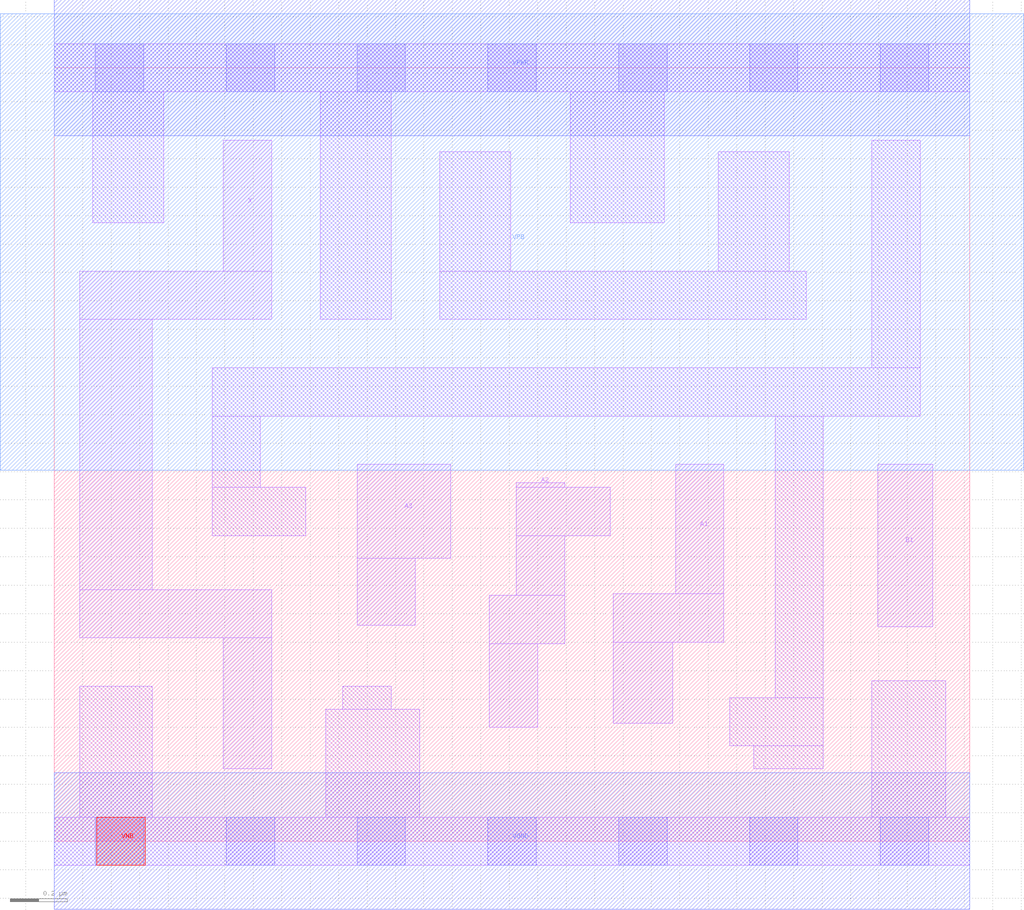
<source format=lef>
# Copyright 2020 The SkyWater PDK Authors
#
# Licensed under the Apache License, Version 2.0 (the "License");
# you may not use this file except in compliance with the License.
# You may obtain a copy of the License at
#
#     https://www.apache.org/licenses/LICENSE-2.0
#
# Unless required by applicable law or agreed to in writing, software
# distributed under the License is distributed on an "AS IS" BASIS,
# WITHOUT WARRANTIES OR CONDITIONS OF ANY KIND, either express or implied.
# See the License for the specific language governing permissions and
# limitations under the License.
#
# SPDX-License-Identifier: Apache-2.0

VERSION 5.7 ;
  NOWIREEXTENSIONATPIN ON ;
  DIVIDERCHAR "/" ;
  BUSBITCHARS "[]" ;
MACRO sky130_fd_sc_hd__a31o_2
  CLASS CORE ;
  FOREIGN sky130_fd_sc_hd__a31o_2 ;
  ORIGIN  0.000000  0.000000 ;
  SIZE  3.220000 BY  2.720000 ;
  SYMMETRY X Y R90 ;
  SITE unithd ;
  PIN A1
    ANTENNAGATEAREA  0.247500 ;
    DIRECTION INPUT ;
    USE SIGNAL ;
    PORT
      LAYER li1 ;
        RECT 1.965000 0.415000 2.175000 0.700000 ;
        RECT 1.965000 0.700000 2.355000 0.870000 ;
        RECT 2.185000 0.870000 2.355000 1.325000 ;
    END
  END A1
  PIN A2
    ANTENNAGATEAREA  0.247500 ;
    DIRECTION INPUT ;
    USE SIGNAL ;
    PORT
      LAYER li1 ;
        RECT 1.530000 0.400000 1.700000 0.695000 ;
        RECT 1.530000 0.695000 1.795000 0.865000 ;
        RECT 1.625000 0.865000 1.795000 1.075000 ;
        RECT 1.625000 1.075000 1.955000 1.245000 ;
        RECT 1.625000 1.245000 1.795000 1.260000 ;
    END
  END A2
  PIN A3
    ANTENNAGATEAREA  0.247500 ;
    DIRECTION INPUT ;
    USE SIGNAL ;
    PORT
      LAYER li1 ;
        RECT 1.065000 0.760000 1.270000 0.995000 ;
        RECT 1.065000 0.995000 1.395000 1.325000 ;
    END
  END A3
  PIN B1
    ANTENNAGATEAREA  0.247500 ;
    DIRECTION INPUT ;
    USE SIGNAL ;
    PORT
      LAYER li1 ;
        RECT 2.895000 0.755000 3.090000 1.325000 ;
    END
  END B1
  PIN X
    ANTENNADIFFAREA  0.445500 ;
    DIRECTION OUTPUT ;
    USE SIGNAL ;
    PORT
      LAYER li1 ;
        RECT 0.090000 0.715000 0.765000 0.885000 ;
        RECT 0.090000 0.885000 0.345000 1.835000 ;
        RECT 0.090000 1.835000 0.765000 2.005000 ;
        RECT 0.595000 0.255000 0.765000 0.715000 ;
        RECT 0.595000 2.005000 0.765000 2.465000 ;
    END
  END X
  PIN VGND
    DIRECTION INOUT ;
    SHAPE ABUTMENT ;
    USE GROUND ;
    PORT
      LAYER met1 ;
        RECT 0.000000 -0.240000 3.220000 0.240000 ;
    END
  END VGND
  PIN VNB
    DIRECTION INOUT ;
    USE GROUND ;
    PORT
      LAYER pwell ;
        RECT 0.150000 -0.085000 0.320000 0.085000 ;
    END
  END VNB
  PIN VPB
    DIRECTION INOUT ;
    USE POWER ;
    PORT
      LAYER nwell ;
        RECT -0.190000 1.305000 3.410000 2.910000 ;
    END
  END VPB
  PIN VPWR
    DIRECTION INOUT ;
    SHAPE ABUTMENT ;
    USE POWER ;
    PORT
      LAYER met1 ;
        RECT 0.000000 2.480000 3.220000 2.960000 ;
    END
  END VPWR
  OBS
    LAYER li1 ;
      RECT 0.000000 -0.085000 3.220000 0.085000 ;
      RECT 0.000000  2.635000 3.220000 2.805000 ;
      RECT 0.090000  0.085000 0.345000 0.545000 ;
      RECT 0.135000  2.175000 0.385000 2.635000 ;
      RECT 0.555000  1.075000 0.885000 1.245000 ;
      RECT 0.555000  1.245000 0.725000 1.495000 ;
      RECT 0.555000  1.495000 3.045000 1.665000 ;
      RECT 0.935000  1.835000 1.185000 2.635000 ;
      RECT 0.955000  0.085000 1.285000 0.465000 ;
      RECT 1.015000  0.465000 1.185000 0.545000 ;
      RECT 1.355000  1.835000 2.645000 2.005000 ;
      RECT 1.355000  2.005000 1.605000 2.425000 ;
      RECT 1.815000  2.175000 2.145000 2.635000 ;
      RECT 2.335000  2.005000 2.585000 2.425000 ;
      RECT 2.375000  0.335000 2.705000 0.505000 ;
      RECT 2.460000  0.255000 2.705000 0.335000 ;
      RECT 2.535000  0.505000 2.705000 1.495000 ;
      RECT 2.875000  0.085000 3.135000 0.565000 ;
      RECT 2.875000  1.665000 3.045000 2.465000 ;
    LAYER mcon ;
      RECT 0.145000 -0.085000 0.315000 0.085000 ;
      RECT 0.145000  2.635000 0.315000 2.805000 ;
      RECT 0.605000 -0.085000 0.775000 0.085000 ;
      RECT 0.605000  2.635000 0.775000 2.805000 ;
      RECT 1.065000 -0.085000 1.235000 0.085000 ;
      RECT 1.065000  2.635000 1.235000 2.805000 ;
      RECT 1.525000 -0.085000 1.695000 0.085000 ;
      RECT 1.525000  2.635000 1.695000 2.805000 ;
      RECT 1.985000 -0.085000 2.155000 0.085000 ;
      RECT 1.985000  2.635000 2.155000 2.805000 ;
      RECT 2.445000 -0.085000 2.615000 0.085000 ;
      RECT 2.445000  2.635000 2.615000 2.805000 ;
      RECT 2.905000 -0.085000 3.075000 0.085000 ;
      RECT 2.905000  2.635000 3.075000 2.805000 ;
  END
END sky130_fd_sc_hd__a31o_2
END LIBRARY

</source>
